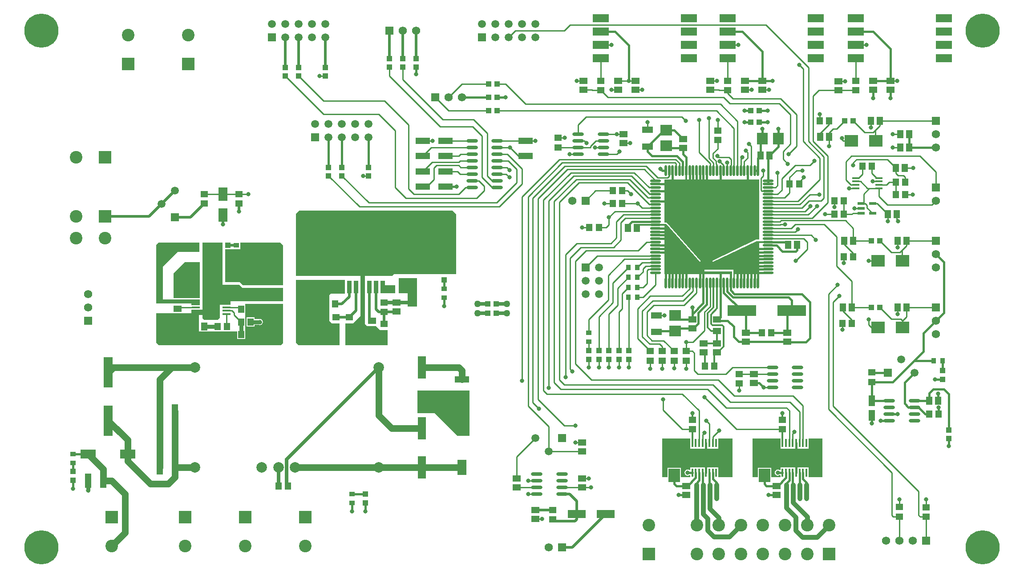
<source format=gtl>
%FSLAX25Y25*%
%MOIN*%
G70*
G01*
G75*
G04 Layer_Physical_Order=1*
G04 Layer_Color=255*
%ADD10R,0.03937X0.03937*%
%ADD11R,0.03937X0.03937*%
%ADD12R,0.01260X0.06299*%
%ADD13R,0.13386X0.09685*%
%ADD14R,0.08661X0.09843*%
%ADD15R,0.03937X0.03543*%
%ADD16R,0.04331X0.03937*%
%ADD17R,0.03937X0.04331*%
%ADD18R,0.03543X0.03937*%
%ADD19R,0.06299X0.16535*%
%ADD20R,0.05906X0.05118*%
%ADD21R,0.09843X0.08661*%
%ADD22R,0.21654X0.07874*%
%ADD23R,0.05709X0.01772*%
%ADD24O,0.08661X0.02362*%
%ADD25R,0.03504X0.09488*%
%ADD26R,0.21063X0.33622*%
%ADD27R,0.06299X0.01378*%
%ADD28R,0.09685X0.09095*%
%ADD29O,0.08071X0.01772*%
%ADD30O,0.01772X0.08071*%
%ADD31R,0.04724X0.05512*%
%ADD32R,0.05512X0.04724*%
%ADD33R,0.12000X0.06000*%
%ADD34R,0.07087X0.11811*%
%ADD35R,0.11811X0.07087*%
%ADD36R,0.04600X0.16700*%
%ADD37R,0.07874X0.04724*%
%ADD38R,0.06693X0.09843*%
%ADD39R,0.11000X0.15000*%
%ADD40R,0.05118X0.05906*%
%ADD41R,0.04724X0.07874*%
%ADD42R,0.05118X0.10630*%
%ADD43R,0.10630X0.05118*%
%ADD44R,0.07087X0.22835*%
%ADD45R,0.07087X0.05118*%
%ADD46R,0.06299X0.13780*%
%ADD47R,0.05118X0.07087*%
%ADD48R,0.13780X0.06299*%
%ADD49R,0.07874X0.08661*%
%ADD50R,0.08661X0.07874*%
%ADD51R,0.05709X0.02165*%
%ADD52R,0.05709X0.02165*%
%ADD53C,0.01500*%
%ADD54C,0.01000*%
%ADD55C,0.01200*%
%ADD56C,0.05000*%
%ADD57C,0.02500*%
%ADD58C,0.02000*%
%ADD59C,0.03000*%
%ADD60C,0.01400*%
%ADD61C,0.03500*%
%ADD62R,0.06200X0.06200*%
%ADD63C,0.06200*%
%ADD64R,0.06200X0.06200*%
%ADD65C,0.02800*%
%ADD66C,0.09449*%
%ADD67R,0.09449X0.09449*%
%ADD68R,0.05906X0.05906*%
%ADD69C,0.05906*%
%ADD70R,0.05906X0.05906*%
%ADD71C,0.25590*%
%ADD72C,0.05000*%
%ADD73R,0.09449X0.09449*%
%ADD74C,0.07874*%
%ADD75C,0.03200*%
G36*
X552300Y625200D02*
X541700D01*
X540500Y624000D01*
Y605000D01*
X542700Y602800D01*
X548300D01*
Y586500D01*
X517500D01*
X515500Y588500D01*
Y635500D01*
X552300D01*
Y625200D01*
D02*
G37*
G36*
X635500Y685000D02*
Y640000D01*
X589000D01*
X587500Y638500D01*
X567200D01*
Y602400D01*
X568700Y600900D01*
X575600D01*
X578700Y597800D01*
X584300D01*
Y586500D01*
X552700D01*
Y602800D01*
X558300D01*
X563800Y608300D01*
Y638500D01*
X515500D01*
Y685000D01*
X518000Y687500D01*
X633000D01*
X635500Y685000D01*
D02*
G37*
G36*
X842500Y487500D02*
X832000D01*
Y495000D01*
X811000D01*
Y492960D01*
X810559Y492725D01*
X809897Y493167D01*
X809000Y493345D01*
X808103Y493167D01*
X807342Y492658D01*
X806833Y491897D01*
X806655Y491000D01*
X806833Y490103D01*
X807342Y489342D01*
X808103Y488833D01*
X809000Y488655D01*
X809897Y488833D01*
X810559Y489276D01*
X811000Y489040D01*
Y487500D01*
X804031D01*
Y494621D01*
X793969D01*
Y487500D01*
X790000D01*
Y516500D01*
X811000D01*
Y509000D01*
X832000D01*
Y516500D01*
X842500D01*
Y487500D01*
D02*
G37*
G36*
X910000D02*
X899500D01*
Y495000D01*
X878500D01*
Y492960D01*
X878059Y492725D01*
X877397Y493167D01*
X876500Y493345D01*
X875603Y493167D01*
X874842Y492658D01*
X874333Y491897D01*
X874155Y491000D01*
X874333Y490103D01*
X874842Y489342D01*
X875603Y488833D01*
X876500Y488655D01*
X877397Y488833D01*
X878059Y489276D01*
X878500Y489040D01*
Y487500D01*
X871531D01*
Y494621D01*
X861469D01*
Y487500D01*
X857500D01*
Y516500D01*
X878500D01*
Y509000D01*
X899500D01*
Y516500D01*
X910000D01*
Y487500D01*
D02*
G37*
G36*
X645500Y518500D02*
X636500D01*
X619500Y535500D01*
X606500D01*
Y552500D01*
X645500D01*
Y518500D01*
D02*
G37*
G36*
X460500Y632000D02*
X473000D01*
X475600Y629400D01*
X506000D01*
Y619500D01*
X466700D01*
Y616800D01*
X458500D01*
Y607000D01*
X457000Y605500D01*
X447000D01*
X445500Y607000D01*
Y609100D01*
X442900D01*
Y596800D01*
X471438D01*
Y591044D01*
X477562D01*
Y596800D01*
X477600D01*
Y617500D01*
X506000D01*
Y588200D01*
X504200Y586400D01*
X412900D01*
X411000Y588300D01*
Y610500D01*
X437300D01*
Y613100D01*
X445500D01*
Y663600D01*
X460500D01*
Y632000D01*
D02*
G37*
G36*
X590000Y625400D02*
X578800D01*
Y631500D01*
X590000D01*
Y625400D01*
D02*
G37*
G36*
X506000Y661700D02*
Y631400D01*
X476100D01*
X473500Y634000D01*
X462500D01*
Y658500D01*
X474000D01*
Y663600D01*
X504100D01*
X506000Y661700D01*
D02*
G37*
G36*
X862626Y665853D02*
X860126D01*
X827726Y649953D01*
Y648753D01*
X860526Y664653D01*
X862626D01*
Y639953D01*
X843326D01*
Y643153D01*
X821626D01*
Y641953D01*
X842126D01*
Y639953D01*
X791626D01*
Y677453D01*
X792926D01*
X818626Y648553D01*
Y649953D01*
X793426Y678653D01*
X791626D01*
Y710953D01*
X862626D01*
Y665853D01*
D02*
G37*
G36*
X606400Y615541D02*
X606300Y615500D01*
Y615500D01*
X606300Y615500D01*
X599400D01*
Y625400D01*
X592500D01*
Y637000D01*
X606400D01*
Y615541D01*
D02*
G37*
G36*
X443200Y656400D02*
X426900D01*
X415800Y645300D01*
Y620800D01*
X443700D01*
Y616700D01*
X437300D01*
Y618000D01*
X411000D01*
Y662000D01*
X412600Y663600D01*
X443200D01*
Y656400D01*
D02*
G37*
G36*
X443700Y621900D02*
X424100D01*
Y640600D01*
X432500Y649000D01*
X443700D01*
Y621900D01*
D02*
G37*
%LPC*%
G36*
X484649Y607456D02*
X478524D01*
Y600544D01*
X484649D01*
Y601757D01*
X487987D01*
X488500Y601655D01*
X489397Y601833D01*
X490158Y602342D01*
X490667Y603103D01*
X490845Y604000D01*
X490667Y604897D01*
X490158Y605658D01*
X489397Y606167D01*
X488500Y606345D01*
X487987Y606243D01*
X484649D01*
Y607456D01*
D02*
G37*
%LPD*%
G54D10*
X605500Y801500D02*
D03*
Y795201D02*
D03*
X595500Y801500D02*
D03*
Y795201D02*
D03*
X585500Y801500D02*
D03*
Y795201D02*
D03*
X1004500Y516701D02*
D03*
Y523000D02*
D03*
X537500Y788701D02*
D03*
Y795000D02*
D03*
X517500Y788701D02*
D03*
Y795000D02*
D03*
X507500Y788701D02*
D03*
Y795000D02*
D03*
X570000Y713701D02*
D03*
Y720000D02*
D03*
X550000Y713701D02*
D03*
Y720000D02*
D03*
X540000Y713701D02*
D03*
Y720000D02*
D03*
G54D11*
X660000Y772500D02*
D03*
X666299D02*
D03*
X660000Y782500D02*
D03*
X666299D02*
D03*
X660000Y762500D02*
D03*
X666299D02*
D03*
X659350Y610500D02*
D03*
X665650D02*
D03*
Y617500D02*
D03*
X659350D02*
D03*
X953000Y615000D02*
D03*
X946701D02*
D03*
X953000Y665000D02*
D03*
X946701D02*
D03*
X933000Y755000D02*
D03*
X926701D02*
D03*
X856350Y754000D02*
D03*
X862650D02*
D03*
X856350Y762500D02*
D03*
X862650D02*
D03*
G54D12*
X830413Y491000D02*
D03*
Y513047D02*
D03*
X827854D02*
D03*
X812500D02*
D03*
X815059D02*
D03*
X817618D02*
D03*
X820177D02*
D03*
X822736D02*
D03*
X825295D02*
D03*
X827854Y491000D02*
D03*
X825295D02*
D03*
X822736D02*
D03*
X820177D02*
D03*
X817618D02*
D03*
X815059D02*
D03*
X812500D02*
D03*
X897913D02*
D03*
Y513047D02*
D03*
X895354D02*
D03*
X880000D02*
D03*
X882559D02*
D03*
X885118D02*
D03*
X887677D02*
D03*
X890236D02*
D03*
X892795D02*
D03*
X895354Y491000D02*
D03*
X892795D02*
D03*
X890236D02*
D03*
X887677D02*
D03*
X885118D02*
D03*
X882559D02*
D03*
X880000D02*
D03*
G54D13*
X821457Y502024D02*
D03*
X888957D02*
D03*
G54D14*
X799000Y489000D02*
D03*
Y507504D02*
D03*
X866500Y489000D02*
D03*
Y507504D02*
D03*
G54D15*
X471000Y661500D02*
D03*
Y654807D02*
D03*
X557500Y475000D02*
D03*
Y468307D02*
D03*
X626500Y629000D02*
D03*
Y622307D02*
D03*
X348500Y498307D02*
D03*
Y505000D02*
D03*
X735000Y595847D02*
D03*
Y589153D02*
D03*
G54D16*
X464500Y661500D02*
D03*
X457807D02*
D03*
G54D17*
X567500Y475000D02*
D03*
Y468307D02*
D03*
X626500Y635500D02*
D03*
Y642193D02*
D03*
X1000000Y567500D02*
D03*
Y560807D02*
D03*
X348500Y492000D02*
D03*
Y485307D02*
D03*
X735000Y575807D02*
D03*
Y582500D02*
D03*
X742500Y575807D02*
D03*
Y582500D02*
D03*
X750000Y575807D02*
D03*
Y582500D02*
D03*
X757500Y575807D02*
D03*
Y582500D02*
D03*
X765000Y575807D02*
D03*
Y582500D02*
D03*
G54D18*
X1000000Y575000D02*
D03*
X993307D02*
D03*
X771347Y645000D02*
D03*
X764653D02*
D03*
X771347Y637500D02*
D03*
X764653D02*
D03*
X771347Y630000D02*
D03*
X764653D02*
D03*
X771347Y622500D02*
D03*
X764653D02*
D03*
G54D19*
X610000Y544016D02*
D03*
Y570000D02*
D03*
Y495000D02*
D03*
Y524134D02*
D03*
G54D20*
X831000Y597323D02*
D03*
Y605984D02*
D03*
X826000Y778307D02*
D03*
Y785000D02*
D03*
X865000Y778307D02*
D03*
Y785000D02*
D03*
X852000D02*
D03*
Y778307D02*
D03*
X922000Y778000D02*
D03*
Y784693D02*
D03*
X731000Y778307D02*
D03*
Y785000D02*
D03*
X948000Y778307D02*
D03*
Y785000D02*
D03*
X961000D02*
D03*
Y778307D02*
D03*
X770000D02*
D03*
Y785000D02*
D03*
X757000D02*
D03*
Y778307D02*
D03*
X572500Y598307D02*
D03*
Y605000D02*
D03*
X591000Y611807D02*
D03*
Y618500D02*
D03*
X427000Y607307D02*
D03*
Y614000D02*
D03*
X730000Y486693D02*
D03*
Y480000D02*
D03*
X695000Y463000D02*
D03*
Y456307D02*
D03*
X730000Y513693D02*
D03*
Y507000D02*
D03*
X681000Y480000D02*
D03*
Y486693D02*
D03*
X808100Y474307D02*
D03*
Y481000D02*
D03*
X875500Y474307D02*
D03*
Y481000D02*
D03*
X858500Y558307D02*
D03*
Y565000D02*
D03*
X883457Y589307D02*
D03*
Y596000D02*
D03*
X805500Y741347D02*
D03*
Y734654D02*
D03*
X831000Y588000D02*
D03*
Y581307D02*
D03*
X821000Y588000D02*
D03*
Y581307D02*
D03*
X852457Y589307D02*
D03*
Y596000D02*
D03*
X761000Y745000D02*
D03*
Y738307D02*
D03*
X812500Y599307D02*
D03*
Y606000D02*
D03*
G54D21*
X951496Y600000D02*
D03*
X970000D02*
D03*
X951496Y650000D02*
D03*
X970000D02*
D03*
X931496Y740000D02*
D03*
X950000D02*
D03*
G54D22*
X886902Y612500D02*
D03*
X849500D02*
D03*
G54D23*
X935000Y712000D02*
D03*
Y709441D02*
D03*
Y706882D02*
D03*
Y704323D02*
D03*
X952400Y704300D02*
D03*
Y706859D02*
D03*
Y709418D02*
D03*
Y711977D02*
D03*
G54D24*
X978898Y530000D02*
D03*
Y535000D02*
D03*
Y540000D02*
D03*
Y545000D02*
D03*
X960000Y530000D02*
D03*
Y535000D02*
D03*
Y540000D02*
D03*
Y545000D02*
D03*
X714898Y475000D02*
D03*
Y480000D02*
D03*
Y485000D02*
D03*
Y490000D02*
D03*
X696000Y475000D02*
D03*
Y480000D02*
D03*
Y485000D02*
D03*
Y490000D02*
D03*
X647500Y740000D02*
D03*
Y735000D02*
D03*
Y730000D02*
D03*
Y725000D02*
D03*
Y720000D02*
D03*
Y715000D02*
D03*
Y710000D02*
D03*
Y705000D02*
D03*
X666398Y740000D02*
D03*
Y735000D02*
D03*
Y730000D02*
D03*
Y725000D02*
D03*
Y720000D02*
D03*
Y715000D02*
D03*
Y710000D02*
D03*
Y705000D02*
D03*
X891398Y555000D02*
D03*
Y560000D02*
D03*
Y565000D02*
D03*
Y570000D02*
D03*
X872500Y555000D02*
D03*
Y560000D02*
D03*
Y565000D02*
D03*
Y570000D02*
D03*
X727000Y745000D02*
D03*
Y740000D02*
D03*
Y735000D02*
D03*
Y730000D02*
D03*
X745898Y745000D02*
D03*
Y740000D02*
D03*
Y735000D02*
D03*
Y730000D02*
D03*
G54D25*
X550500Y630061D02*
D03*
X555500D02*
D03*
X560500D02*
D03*
X565500D02*
D03*
X570500D02*
D03*
X575500D02*
D03*
X580500D02*
D03*
G54D26*
X565500Y660100D02*
D03*
G54D27*
X463500Y625177D02*
D03*
Y622618D02*
D03*
Y620059D02*
D03*
Y617500D02*
D03*
Y614941D02*
D03*
Y612382D02*
D03*
Y609823D02*
D03*
X440500D02*
D03*
Y612382D02*
D03*
Y614941D02*
D03*
Y617500D02*
D03*
Y620059D02*
D03*
Y622618D02*
D03*
Y625177D02*
D03*
G54D28*
X452000Y617500D02*
D03*
G54D29*
X785000Y710000D02*
D03*
X869252D02*
D03*
Y707441D02*
D03*
Y704882D02*
D03*
Y702323D02*
D03*
Y699764D02*
D03*
Y697205D02*
D03*
Y694646D02*
D03*
Y692087D02*
D03*
Y689528D02*
D03*
Y686969D02*
D03*
Y684409D02*
D03*
Y681850D02*
D03*
Y679291D02*
D03*
Y676732D02*
D03*
Y674173D02*
D03*
Y671614D02*
D03*
Y669055D02*
D03*
Y666496D02*
D03*
Y663937D02*
D03*
Y661378D02*
D03*
Y658819D02*
D03*
Y656260D02*
D03*
Y653701D02*
D03*
Y651142D02*
D03*
Y648583D02*
D03*
Y646024D02*
D03*
Y643465D02*
D03*
Y640906D02*
D03*
X785000D02*
D03*
Y643465D02*
D03*
Y646024D02*
D03*
Y648583D02*
D03*
Y651142D02*
D03*
Y653701D02*
D03*
Y656260D02*
D03*
Y658819D02*
D03*
Y661378D02*
D03*
Y663937D02*
D03*
Y666496D02*
D03*
Y669055D02*
D03*
Y671614D02*
D03*
Y674173D02*
D03*
Y676732D02*
D03*
Y679291D02*
D03*
Y681850D02*
D03*
Y684409D02*
D03*
Y686969D02*
D03*
Y689528D02*
D03*
Y692087D02*
D03*
Y694646D02*
D03*
Y697205D02*
D03*
Y699764D02*
D03*
Y702323D02*
D03*
Y704882D02*
D03*
Y707441D02*
D03*
G54D30*
X792579Y717579D02*
D03*
X795138D02*
D03*
X797697D02*
D03*
X800256D02*
D03*
X802815D02*
D03*
X805374D02*
D03*
X807933D02*
D03*
X810492D02*
D03*
X813051D02*
D03*
X815610D02*
D03*
X818169D02*
D03*
X820728D02*
D03*
X823287D02*
D03*
X825846D02*
D03*
X828406D02*
D03*
X830965D02*
D03*
X833524D02*
D03*
X836083D02*
D03*
X838642D02*
D03*
X841201D02*
D03*
X843760D02*
D03*
X846319D02*
D03*
X848878D02*
D03*
X851437D02*
D03*
X853996D02*
D03*
X856555D02*
D03*
X859114D02*
D03*
X861673D02*
D03*
Y633327D02*
D03*
X859114D02*
D03*
X856555D02*
D03*
X853996D02*
D03*
X851437D02*
D03*
X848878D02*
D03*
X846319D02*
D03*
X843760D02*
D03*
X841201D02*
D03*
X838642D02*
D03*
X836083D02*
D03*
X833524D02*
D03*
X830965D02*
D03*
X828406D02*
D03*
X825846D02*
D03*
X823287D02*
D03*
X820728D02*
D03*
X818169D02*
D03*
X815610D02*
D03*
X813051D02*
D03*
X810492D02*
D03*
X807933D02*
D03*
X805374D02*
D03*
X802815D02*
D03*
X800256D02*
D03*
X797697D02*
D03*
X795138D02*
D03*
X792579D02*
D03*
G54D31*
X940000Y721000D02*
D03*
X947087D02*
D03*
X932000Y603000D02*
D03*
X924913D02*
D03*
X933000Y653000D02*
D03*
X925913D02*
D03*
X915000Y755000D02*
D03*
X907913D02*
D03*
X997087Y535000D02*
D03*
X990000D02*
D03*
X885413Y707500D02*
D03*
X892500D02*
D03*
X509587Y480917D02*
D03*
X502500D02*
D03*
X545087Y617500D02*
D03*
X538000D02*
D03*
X481587Y594500D02*
D03*
X474500D02*
D03*
X481587Y613500D02*
D03*
X474500D02*
D03*
X456913Y600500D02*
D03*
X464000D02*
D03*
X474500Y604000D02*
D03*
X481587D02*
D03*
X965000Y709000D02*
D03*
X972087D02*
D03*
X742500Y675000D02*
D03*
X735413D02*
D03*
X760000Y693000D02*
D03*
X752913D02*
D03*
X864457Y596000D02*
D03*
X871543D02*
D03*
X829000Y571000D02*
D03*
X821913D02*
D03*
X752913Y702500D02*
D03*
X760000D02*
D03*
X972087Y699500D02*
D03*
X965000D02*
D03*
X926000Y685000D02*
D03*
X918913D02*
D03*
Y695000D02*
D03*
X926000D02*
D03*
G54D32*
X839000Y785000D02*
D03*
Y777913D02*
D03*
X935000Y785000D02*
D03*
Y777913D02*
D03*
X744000Y785000D02*
D03*
Y777913D02*
D03*
X473000Y692913D02*
D03*
Y700000D02*
D03*
X447000D02*
D03*
Y692913D02*
D03*
X947000Y566087D02*
D03*
Y559000D02*
D03*
X555500Y600413D02*
D03*
Y607500D02*
D03*
X581500Y595413D02*
D03*
Y602500D02*
D03*
X545500Y607500D02*
D03*
Y600413D02*
D03*
X581500Y611413D02*
D03*
Y618500D02*
D03*
X708000Y455913D02*
D03*
Y463000D02*
D03*
X812500Y530587D02*
D03*
Y523500D02*
D03*
X880000Y530587D02*
D03*
Y523500D02*
D03*
X987500Y464943D02*
D03*
Y457857D02*
D03*
X967500Y465043D02*
D03*
Y457957D02*
D03*
X831500Y740457D02*
D03*
Y747543D02*
D03*
X808000Y582043D02*
D03*
Y574957D02*
D03*
X799000Y574957D02*
D03*
Y582043D02*
D03*
X847500Y565000D02*
D03*
Y557913D02*
D03*
X790000Y574957D02*
D03*
Y582043D02*
D03*
X781000D02*
D03*
Y574957D02*
D03*
X712000Y735000D02*
D03*
Y742087D02*
D03*
G54D33*
X839000Y832000D02*
D03*
Y822000D02*
D03*
Y812000D02*
D03*
Y802000D02*
D03*
X905000Y832000D02*
D03*
Y822000D02*
D03*
Y812000D02*
D03*
Y802000D02*
D03*
X935000Y832000D02*
D03*
Y822000D02*
D03*
Y812000D02*
D03*
Y802000D02*
D03*
X1001000Y832000D02*
D03*
Y822000D02*
D03*
Y812000D02*
D03*
Y802000D02*
D03*
X744000Y832000D02*
D03*
Y822000D02*
D03*
Y812000D02*
D03*
Y802000D02*
D03*
X810000Y832000D02*
D03*
Y822000D02*
D03*
Y812000D02*
D03*
Y802000D02*
D03*
G54D34*
X640000Y495000D02*
D03*
Y524528D02*
D03*
G54D35*
X360000Y505000D02*
D03*
X389528D02*
D03*
G54D36*
X426500Y630500D02*
D03*
X413500D02*
D03*
G54D37*
X779000Y735701D02*
D03*
Y748299D02*
D03*
X785500Y596402D02*
D03*
Y609000D02*
D03*
G54D38*
X461000Y700000D02*
D03*
Y684252D02*
D03*
G54D39*
X438000Y641500D02*
D03*
X468000D02*
D03*
G54D40*
X973000Y615000D02*
D03*
X966307D02*
D03*
X932000D02*
D03*
X925307D02*
D03*
X973000Y665000D02*
D03*
X966307D02*
D03*
X933000D02*
D03*
X926307D02*
D03*
X975000Y745000D02*
D03*
X968307D02*
D03*
Y735000D02*
D03*
X975000D02*
D03*
X953000Y755000D02*
D03*
X946307D02*
D03*
X915000Y743000D02*
D03*
X908307D02*
D03*
X996693Y545000D02*
D03*
X990000D02*
D03*
X440307Y600500D02*
D03*
X447000D02*
D03*
X971693Y719500D02*
D03*
X965000D02*
D03*
X870347Y729000D02*
D03*
X863653D02*
D03*
X890847Y662000D02*
D03*
X884153D02*
D03*
X764153Y674500D02*
D03*
X770847D02*
D03*
X959000Y685000D02*
D03*
X965693D02*
D03*
G54D41*
X947000Y533976D02*
D03*
Y545000D02*
D03*
G54D42*
X360000Y485000D02*
D03*
X371417D02*
D03*
X413583Y495000D02*
D03*
X425000D02*
D03*
X413583Y509000D02*
D03*
X425000D02*
D03*
X413583Y523000D02*
D03*
X425000D02*
D03*
X413583Y537000D02*
D03*
X425000D02*
D03*
G54D43*
X640000Y560917D02*
D03*
Y549500D02*
D03*
X687500Y740000D02*
D03*
Y728583D02*
D03*
X627500Y705583D02*
D03*
Y717000D02*
D03*
X610500D02*
D03*
Y705583D02*
D03*
X627500Y740000D02*
D03*
Y728583D02*
D03*
X610500D02*
D03*
Y740000D02*
D03*
G54D44*
X375000Y566220D02*
D03*
Y530000D02*
D03*
G54D45*
X538000Y643917D02*
D03*
Y632500D02*
D03*
X481000Y633917D02*
D03*
Y622500D02*
D03*
X491500Y634000D02*
D03*
Y622583D02*
D03*
X502000Y634000D02*
D03*
Y622583D02*
D03*
G54D46*
X603000Y630000D02*
D03*
Y651563D02*
D03*
G54D47*
X448500Y660000D02*
D03*
X437083D02*
D03*
G54D48*
X726000Y460000D02*
D03*
X747563D02*
D03*
G54D49*
X865094Y741500D02*
D03*
X876906D02*
D03*
G54D50*
X793000Y736095D02*
D03*
Y747905D02*
D03*
X799500Y609000D02*
D03*
Y597189D02*
D03*
G54D51*
X947465Y693000D02*
D03*
Y685520D02*
D03*
X939000D02*
D03*
Y689260D02*
D03*
G54D52*
Y693000D02*
D03*
G54D53*
X831000Y605000D02*
X839000D01*
X831000D02*
X833524Y607524D01*
X876906Y741500D02*
Y749000D01*
X1004500Y523000D02*
Y550000D01*
X1001000Y553500D02*
X1004500Y550000D01*
X992800Y553500D02*
X1001000D01*
X862762Y558307D02*
X866069Y555000D01*
X858500Y558307D02*
X862762D01*
X868000Y481000D02*
X875500D01*
X866500Y482500D02*
X868000Y481000D01*
X866500Y482500D02*
Y489000D01*
X882559Y487059D02*
Y491000D01*
X876500Y481000D02*
X882559Y487059D01*
X875500Y481000D02*
X876500D01*
X800500D02*
X808100D01*
X799000Y482500D02*
X800500Y481000D01*
X799000Y482500D02*
Y489000D01*
X994193Y560807D02*
X1000000D01*
Y567500D02*
Y575000D01*
X978600D02*
X993307D01*
X978600D02*
X985600Y582000D01*
X962600Y559000D02*
X978600Y575000D01*
X557500Y462000D02*
Y468307D01*
X567500Y462000D02*
Y468307D01*
X557500Y475000D02*
X567500D01*
X626500Y616000D02*
Y622307D01*
Y629000D02*
Y635500D01*
X348500Y479000D02*
Y485307D01*
Y492000D02*
Y498307D01*
Y505000D02*
X360000D01*
X995000Y655000D02*
X1001000Y649000D01*
Y611000D02*
Y649000D01*
X995000Y605000D02*
X1001000Y611000D01*
X990000Y550700D02*
X992800Y553500D01*
X990000Y545000D02*
Y550700D01*
X985600Y582000D02*
Y595600D01*
X947000Y559000D02*
X962600D01*
X985600Y595600D02*
X995000Y605000D01*
X947000Y566087D02*
X947087Y566000D01*
X959000D01*
X971500Y558500D02*
X979000Y566000D01*
X971500Y542800D02*
Y558500D01*
Y542800D02*
X974300Y540000D01*
X880000Y657000D02*
X890000D01*
X875622Y661378D02*
X880000Y657000D01*
X869252Y661378D02*
X875622D01*
X890000Y657000D02*
X890847Y657846D01*
Y662000D01*
X869252Y663937D02*
X882216D01*
X884153Y662000D01*
X870347Y729000D02*
X876906Y735559D01*
X869252Y727906D02*
X870347Y729000D01*
X876906Y735559D02*
Y741500D01*
X869252Y710000D02*
Y727906D01*
X863653Y740059D02*
X865094Y741500D01*
X863653Y729000D02*
Y740059D01*
X861673Y727020D02*
X863653Y729000D01*
X861673Y717579D02*
Y727020D01*
X862650Y762500D02*
X869000D01*
X862650Y754000D02*
X869000D01*
X1004500Y511000D02*
Y516701D01*
X861594Y640906D02*
X869252D01*
X861673Y633327D02*
Y640827D01*
X785000Y674173D02*
X792173D01*
X785000Y671614D02*
X792386D01*
X785000Y669055D02*
X792445D01*
X785000Y666496D02*
X792496D01*
X785000Y661378D02*
X792378D01*
X785000Y658819D02*
X792819D01*
X785000Y656260D02*
X792260D01*
X792579Y633327D02*
Y640579D01*
X795138Y633327D02*
Y641362D01*
X797697Y633327D02*
Y641197D01*
X800256Y633327D02*
Y641256D01*
X802815Y633327D02*
Y641185D01*
X805374Y640374D02*
X805500Y640500D01*
X805374Y633327D02*
Y640374D01*
X807933Y633327D02*
Y641433D01*
X818169Y633327D02*
Y640331D01*
X846319Y633327D02*
Y640319D01*
X848878Y633327D02*
Y640878D01*
X851437Y633327D02*
Y640937D01*
X853996Y633327D02*
Y640996D01*
X856555Y633327D02*
Y640555D01*
X859114Y633327D02*
Y641114D01*
X861035Y643465D02*
X869252D01*
X862024Y646024D02*
X869252D01*
X861583Y648583D02*
X869252D01*
X861642Y651142D02*
X869252D01*
X861799Y653701D02*
X869252D01*
X861740Y656260D02*
X869252D01*
X861681Y658819D02*
X869252D01*
X853996Y710004D02*
Y717579D01*
X833524Y710524D02*
Y717579D01*
X823287Y710213D02*
Y717579D01*
X820728Y710228D02*
Y717579D01*
X818169Y710169D02*
Y717579D01*
X815610Y710110D02*
Y717579D01*
X813051Y710051D02*
Y717579D01*
X810492Y709508D02*
Y717579D01*
X797697Y710197D02*
Y717579D01*
X788500Y719000D02*
X789921Y717579D01*
X788000Y718500D02*
X788500Y719000D01*
X789921Y717579D02*
X792579D01*
X785000Y707441D02*
X792441D01*
X785000Y702323D02*
X792323D01*
X785000Y694646D02*
X792354D01*
X974300Y540000D02*
X978898D01*
X540000Y720000D02*
Y742500D01*
X550000Y720000D02*
Y742500D01*
X570000Y720000D02*
Y742500D01*
X986900Y535000D02*
X990000D01*
X981900Y540000D02*
X986900Y535000D01*
X978898Y540000D02*
X981900D01*
X947000Y545000D02*
Y559000D01*
Y545000D02*
X960000D01*
X978898D02*
X990000D01*
X947000Y527939D02*
Y533976D01*
X953569Y530000D02*
X960000D01*
Y535000D02*
X966431D01*
X997087D02*
Y539856D01*
X996693Y545000D02*
Y550053D01*
X812500Y610000D02*
Y615000D01*
Y606000D02*
Y610000D01*
X869252Y707441D02*
Y710000D01*
X859114Y717579D02*
X861673D01*
X799500Y609000D02*
X802500Y606000D01*
X812500D01*
Y610000D02*
X820728Y618228D01*
Y633327D01*
X823287Y617287D02*
Y633327D01*
X817000Y611000D02*
X823287Y617287D01*
X817000Y602938D02*
Y611000D01*
X813370Y599307D02*
X817000Y602938D01*
X812500Y599307D02*
X813370D01*
X801618D02*
X812500D01*
X799500Y597189D02*
X801618Y599307D01*
X786287Y597189D02*
X799500D01*
X785500Y596402D02*
X786287Y597189D01*
X820728Y633327D02*
Y641028D01*
X833524Y633327D02*
Y640924D01*
X841201Y633327D02*
Y640799D01*
X871543Y596000D02*
X883457D01*
X852457D02*
X864457D01*
X852457Y589307D02*
X883457D01*
X833524Y607524D02*
Y633327D01*
X975000Y735000D02*
Y745000D01*
Y735000D02*
X995000D01*
X744000Y822000D02*
X754500D01*
X764947Y811553D01*
Y785000D02*
Y811553D01*
X852000Y785000D02*
X865000D01*
X872500D01*
X935000Y822000D02*
X948000D01*
X961000Y809000D01*
Y785000D02*
Y809000D01*
X948000Y785000D02*
X961000D01*
Y772000D02*
Y778307D01*
X948000Y772000D02*
Y778307D01*
X841201Y627799D02*
X844000Y625000D01*
X841201Y627799D02*
Y633327D01*
X838642Y626858D02*
Y633327D01*
Y626858D02*
X843000Y622500D01*
X884500D01*
X836083Y625917D02*
Y633327D01*
Y625917D02*
X849500Y612500D01*
X886902D02*
Y620098D01*
X884500Y622500D02*
X886902Y620098D01*
X847193Y589307D02*
X852457D01*
X843500Y593000D02*
X847193Y589307D01*
X839000Y605000D02*
X843500Y600500D01*
Y593000D02*
Y600500D01*
X884500Y589000D02*
X897500D01*
X844000Y625000D02*
X894500D01*
X852457Y596000D02*
Y609543D01*
X849500Y612500D02*
X852457Y609543D01*
X883457Y596000D02*
Y609055D01*
X886902Y612500D01*
X897500Y589000D02*
X900500Y592000D01*
Y619000D01*
X894500Y625000D02*
X900500Y619000D01*
X764153Y674500D02*
Y676090D01*
X767354Y679291D01*
X785000D01*
X805374Y717579D02*
Y724126D01*
X801000Y728500D02*
X805374Y724126D01*
X779000Y731900D02*
X782400Y728500D01*
X801000D01*
X779000Y731900D02*
Y735701D01*
X794441Y734654D02*
X805500D01*
Y730000D02*
Y734654D01*
Y730000D02*
X807933Y727567D01*
Y717579D02*
Y727567D01*
X779000Y735701D02*
X791205Y747905D01*
X793000D01*
X798941D01*
X805500Y741347D01*
X839000Y822000D02*
X850000D01*
X865000Y807000D01*
Y785000D02*
Y807000D01*
X809000Y491000D02*
X812500D01*
X876500D02*
X880000D01*
X815500Y482000D02*
Y483000D01*
X817618Y485118D01*
Y491000D01*
X820177Y482323D02*
Y491000D01*
X825295Y482205D02*
Y491000D01*
Y482205D02*
X825500Y482000D01*
X827854Y486146D02*
Y491000D01*
Y486146D02*
X830500Y483500D01*
Y482000D02*
Y483500D01*
X898000Y482000D02*
Y483500D01*
X895354Y486146D02*
X898000Y483500D01*
X895354Y486146D02*
Y491000D01*
X892795Y482205D02*
X893000Y482000D01*
X892795Y482205D02*
Y491000D01*
X887677Y482323D02*
X888000Y482000D01*
X887677Y482323D02*
Y491000D01*
X885118Y485118D02*
Y491000D01*
X883000Y483000D02*
X885118Y485118D01*
X883000Y482000D02*
Y483000D01*
X822736Y491000D02*
Y497500D01*
Y506500D02*
Y513047D01*
X890236Y506500D02*
Y513047D01*
Y491000D02*
Y497500D01*
X869693Y474307D02*
X875500D01*
X802307Y474307D02*
X808100D01*
X815059Y487059D02*
Y491000D01*
X808100Y481000D02*
X809000D01*
X815059Y487059D01*
X605500Y790000D02*
Y795201D01*
X640000Y772500D02*
X660000D01*
X666299D02*
X672500D01*
X627583Y705500D02*
X636000D01*
X851500Y754000D02*
X856350D01*
X851500Y762500D02*
X856350D01*
X865000Y741595D02*
X865094Y741500D01*
X865000Y741595D02*
Y749000D01*
X876906D02*
X877000D01*
G54D54*
X847500Y552500D02*
Y557913D01*
X830484Y598307D02*
X831000D01*
X940800Y693000D02*
Y700000D01*
X831200Y727496D02*
X840004D01*
X961700Y606300D02*
X968700D01*
X953000Y615000D02*
X961700Y606300D01*
X968700D02*
X970000Y605000D01*
X973000Y608000D01*
X970000Y600000D02*
Y605000D01*
X973000Y608000D02*
Y615000D01*
X885500Y544000D02*
X892795Y536705D01*
X841000Y544000D02*
X885500D01*
X828000Y557000D02*
X841000Y544000D01*
X892795Y513047D02*
Y536705D01*
X895354Y513047D02*
Y541146D01*
X888000Y548500D02*
X895354Y541146D01*
X844000Y548500D02*
X888000D01*
X716500Y557000D02*
X828000D01*
X838000Y539500D02*
X883000D01*
X824000Y553500D02*
X838000Y539500D01*
X714000Y553500D02*
X824000D01*
X832000Y560500D02*
X844000Y548500D01*
X737000Y560500D02*
X832000D01*
X858500Y565000D02*
X872500D01*
X847500D02*
X858500D01*
X842500Y570000D02*
X872500D01*
X837500Y565000D02*
X842500Y570000D01*
X816500Y565000D02*
X837500D01*
X814000Y567500D02*
X816500Y565000D01*
X814000Y567500D02*
Y580500D01*
X812457Y582043D02*
X814000Y580500D01*
X845500Y523500D02*
X880000D01*
X821500Y547500D02*
X845500Y523500D01*
X880500Y732000D02*
X885900Y737400D01*
X880500Y726100D02*
Y732000D01*
Y726100D02*
X884100Y722500D01*
X473000Y700000D02*
X480000D01*
X461000D02*
X473000D01*
X447000D02*
X461000D01*
X890000Y650000D02*
X898500Y658500D01*
Y664000D01*
X896004Y666496D02*
X898500Y664000D01*
X869252Y666496D02*
X896004D01*
X901445Y669055D02*
X905100Y665400D01*
X869252Y669055D02*
X901445D01*
X892500Y709000D02*
X896000Y712500D01*
X892500Y707500D02*
Y709000D01*
X890500Y717500D02*
X895000D01*
X885413Y712413D02*
X890500Y717500D01*
X885413Y707500D02*
Y712413D01*
X900500Y721500D02*
X904000Y725000D01*
X889500Y721500D02*
X900500D01*
X908000Y711000D02*
Y727000D01*
X895500Y739500D02*
X908000Y727000D01*
X895500Y739500D02*
Y794000D01*
X891646Y694646D02*
X908000Y711000D01*
X911000Y697000D02*
Y728000D01*
X899500Y739500D02*
X911000Y728000D01*
X899500Y739500D02*
Y795000D01*
X914000Y693500D02*
Y728500D01*
X903000Y739500D02*
X914000Y728500D01*
X903000Y739500D02*
Y773700D01*
X915000Y736000D02*
Y743000D01*
X900500Y699500D02*
X907500D01*
X909000Y695000D02*
X911000Y697000D01*
X900000Y695000D02*
X909000D01*
X907400Y699400D02*
X907500Y699500D01*
X902350Y681850D02*
X914000Y693500D01*
X879500Y711500D02*
X889500Y721500D01*
X885413Y700913D02*
Y707500D01*
X881705Y697205D02*
X885413Y700913D01*
X869252Y697205D02*
X881705D01*
X879500Y703000D02*
Y711500D01*
X890500Y736000D02*
Y759500D01*
X884500Y730000D02*
X890500Y736000D01*
X885900Y737400D02*
Y759600D01*
X876264Y699764D02*
X879500Y703000D01*
X869252Y694646D02*
X891646D01*
X893087Y692087D02*
X900500Y699500D01*
X869252Y692087D02*
X893087D01*
X894528Y689528D02*
X900000Y695000D01*
X869252Y689528D02*
X894528D01*
X750000Y677000D02*
Y682500D01*
X748000Y675000D02*
X750000Y677000D01*
X742500Y675000D02*
X748000D01*
X750000Y682500D02*
X754469Y686969D01*
X785000D01*
X730000Y675000D02*
X730000Y675000D01*
X735413D01*
X746500Y693000D02*
X746500Y693000D01*
X752913D01*
X774972Y689528D02*
X785000D01*
X771500Y693000D02*
X774972Y689528D01*
X760000Y693000D02*
X771500D01*
X779295Y697205D02*
X785000D01*
X765500Y711000D02*
X779295Y697205D01*
X725500Y711000D02*
X765500D01*
X764000Y702500D02*
X766500Y700000D01*
X760000Y702500D02*
X764000D01*
X703500Y550000D02*
X805000D01*
X701000Y552500D02*
X703500Y550000D01*
X701000Y552500D02*
Y695500D01*
X760000Y614000D02*
Y625347D01*
X757500Y611500D02*
X760000Y614000D01*
X757500Y582500D02*
Y611500D01*
X756500Y616500D02*
Y629347D01*
X750000Y610000D02*
X756500Y616500D01*
X750000Y582500D02*
Y610000D01*
X753000Y618500D02*
Y633347D01*
X742500Y608000D02*
X753000Y618500D01*
X742500Y582500D02*
Y608000D01*
X749500Y620500D02*
Y639000D01*
X735000Y606000D02*
X749500Y620500D01*
X735000Y595847D02*
Y606000D01*
X726000Y663000D02*
X751500D01*
X717500Y654500D02*
X726000Y663000D01*
X717500Y562500D02*
Y654500D01*
X729000Y660000D02*
X753500D01*
X721000Y652000D02*
X729000Y660000D01*
X721000Y568500D02*
Y652000D01*
X733000Y657500D02*
X772000D01*
X725000Y649500D02*
X733000Y657500D01*
X725000Y572500D02*
Y649500D01*
X721000Y568500D02*
X722500Y567000D01*
X725000Y572500D02*
X737000Y560500D01*
X689500Y698000D02*
X715000Y723500D01*
X689500Y541000D02*
Y698000D01*
Y541000D02*
X705000Y525500D01*
X693000Y697000D02*
X717000Y721000D01*
X693000Y543500D02*
Y697000D01*
Y543500D02*
X697500Y539000D01*
X697000Y696500D02*
X719000Y718500D01*
X697000Y546000D02*
Y696500D01*
Y546000D02*
X716700Y526300D01*
X701000Y695500D02*
X721500Y716000D01*
X705000Y695000D02*
X723500Y713500D01*
X705000Y554500D02*
Y695000D01*
X709000Y694500D02*
X725500Y711000D01*
X709000Y558500D02*
Y694500D01*
Y558500D02*
X714000Y553500D01*
X713000Y694000D02*
X727500Y708500D01*
X713000Y560500D02*
Y694000D01*
Y560500D02*
X716500Y557000D01*
X755557Y667057D02*
Y679057D01*
X751500Y663000D02*
X755557Y667057D01*
Y679057D02*
X760909Y684409D01*
X759000Y678500D02*
X762350Y681850D01*
X759000Y665500D02*
Y678500D01*
X753500Y660000D02*
X759000Y665500D01*
X778437Y663937D02*
X785000D01*
X772000Y657500D02*
X778437Y663937D01*
X732500Y695000D02*
X740000Y702500D01*
X752913D01*
X762350Y681850D02*
X785000D01*
X713000Y726000D02*
X800000D01*
X685000Y698000D02*
X713000Y726000D01*
X685000Y560000D02*
Y698000D01*
X715000Y723500D02*
X799500D01*
X717000Y721000D02*
X778000D01*
X719000Y718500D02*
X776500D01*
X721500Y716000D02*
X769000D01*
X723500Y713500D02*
X767000D01*
X727500Y708500D02*
X764000D01*
X780413Y692087D01*
X767000Y713500D02*
X780736Y699764D01*
X769000Y716000D02*
X780118Y704882D01*
X776500Y718500D02*
X785000Y710000D01*
X778000Y721000D02*
X786657Y712343D01*
X799500Y723500D02*
X800256Y722744D01*
X800000Y726000D02*
X802815Y723185D01*
X732500Y645000D02*
X741201Y653701D01*
X749500Y639000D02*
X761642Y651142D01*
X753000Y633347D02*
X764653Y645000D01*
X756500Y629347D02*
X764653Y637500D01*
X760000Y625347D02*
X764653Y630000D01*
X780413Y692087D02*
X785000D01*
X760909Y684409D02*
X785000D01*
X780736Y699764D02*
X785000D01*
X780118Y704882D02*
X785000D01*
X786657Y712343D02*
X793843D01*
X682417Y728583D02*
X687500D01*
X676000Y735000D02*
X682417Y728583D01*
X666398Y735000D02*
X676000D01*
X940000Y715000D02*
Y721000D01*
X937000Y712000D02*
X940000Y715000D01*
X935000Y712000D02*
X937000D01*
X950523Y711977D02*
X952400D01*
X947087Y715413D02*
X950523Y711977D01*
X947087Y715413D02*
Y721000D01*
X972087Y709000D02*
Y712413D01*
X970500Y714000D02*
X972087Y712413D01*
X966500Y714000D02*
X970500D01*
X965000Y715500D02*
X966500Y714000D01*
X965000Y715500D02*
Y719500D01*
X971693D02*
X978000D01*
X965000Y699500D02*
Y709000D01*
X960000D02*
X965000D01*
X957859Y706859D02*
X960000Y709000D01*
X952400Y706859D02*
X957859D01*
X958500Y726000D02*
X965000Y719500D01*
X935500Y726000D02*
X958500D01*
X992000Y692000D02*
X995000Y695000D01*
X958500Y692000D02*
X992000D01*
X952400Y698100D02*
X958500Y692000D01*
X952400Y698100D02*
Y704300D01*
X951000Y693000D02*
X959000Y685000D01*
X972087Y699500D02*
X977500D01*
X965693Y680307D02*
X966500Y679500D01*
X965693Y680307D02*
Y685000D01*
X962500Y745000D02*
X968307D01*
X962500Y735000D02*
X968307D01*
X995000Y705000D02*
Y716500D01*
X983000Y728500D02*
X995000Y716500D01*
X931738Y728500D02*
X983000D01*
X823000Y530000D02*
X825295Y527705D01*
Y513047D02*
Y527705D01*
X827854Y513047D02*
Y517854D01*
X832500Y522500D01*
X820177Y519677D02*
X821500Y521000D01*
X820177Y513047D02*
Y519677D01*
X765000Y582500D02*
Y622154D01*
X764653Y622500D02*
X765000Y622154D01*
X808000Y589000D02*
X813000D01*
X821700Y597700D01*
X808000Y582043D02*
Y589000D01*
X821700Y597700D02*
Y611535D01*
X790000Y582043D02*
Y585500D01*
X788000Y587500D02*
X790000Y585500D01*
X780500Y587500D02*
X788000D01*
X775000Y593000D02*
X780500Y587500D01*
X782300Y590000D02*
X791043D01*
X778500Y593800D02*
X782300Y590000D01*
X771500Y591543D02*
X781000Y582043D01*
X791043Y590000D02*
X799000Y582043D01*
X775000Y593000D02*
Y612200D01*
X918000Y541000D02*
X982000Y477000D01*
Y459000D02*
Y477000D01*
Y459000D02*
X983143Y457857D01*
X987500D01*
X914500Y538500D02*
X962000Y491000D01*
Y459000D02*
Y491000D01*
Y459000D02*
X963043Y457957D01*
X967500D01*
X843760Y633327D02*
Y640260D01*
X864000Y703000D02*
X864677Y702323D01*
X869252D01*
X943410Y689574D02*
Y691590D01*
X942000Y693000D02*
X943410Y691590D01*
X940800Y693000D02*
X942000D01*
X943410Y689574D02*
X947465Y685520D01*
X932900Y723400D02*
X935500Y726000D01*
X932900Y721500D02*
Y723400D01*
X927500Y724262D02*
X931738Y728500D01*
X927500Y710700D02*
Y724262D01*
Y710700D02*
X931318Y706882D01*
X771500Y614000D02*
X781000Y623500D01*
X771500Y591543D02*
Y614000D01*
X804992Y623500D02*
X810492Y629000D01*
X781000Y623500D02*
X804992D01*
X805700Y620000D02*
X813051Y627351D01*
X782800Y620000D02*
X805700D01*
X775000Y612200D02*
X782800Y620000D01*
X806110Y616500D02*
X815610Y626000D01*
X783500Y616500D02*
X806110D01*
X778500Y611500D02*
X783500Y616500D01*
X839000Y775500D02*
Y777913D01*
X943700Y704300D02*
X945100D01*
X939000Y693000D02*
X940800D01*
X764947Y785000D02*
X770000D01*
X757000D02*
X764947D01*
X590606Y611413D02*
Y611807D01*
X948000Y746300D02*
X949550Y747850D01*
X968000Y656300D02*
X969550Y657850D01*
X638917Y730000D02*
X647500D01*
X637500Y728583D02*
X638917Y730000D01*
X627500Y728583D02*
X637500D01*
X953000Y751300D02*
Y755000D01*
X949550Y747850D02*
X953000Y751300D01*
X949550Y747850D02*
X950000Y740000D01*
X973000Y661300D02*
Y665000D01*
X969550Y657850D02*
X973000Y661300D01*
X969550Y657850D02*
X970000Y650000D01*
X830200Y722660D02*
Y724765D01*
Y722660D02*
X830965Y721896D01*
Y717579D02*
Y721896D01*
X920701Y749000D02*
X926701Y755000D01*
X918000Y749000D02*
X920701D01*
X915000Y746000D02*
X918000Y749000D01*
X915000Y743000D02*
Y746000D01*
X815610Y626000D02*
Y633327D01*
X813051Y627351D02*
Y633327D01*
X745898Y730000D02*
X755800D01*
X757800Y732000D01*
X838642Y717579D02*
Y723700D01*
X907300Y778000D02*
X922000D01*
X836083Y717579D02*
Y721517D01*
X833000Y724600D02*
X836083Y721517D01*
X739600Y735000D02*
X745898D01*
X740400Y740000D02*
X745898D01*
X736400Y736000D02*
X740400Y740000D01*
X736400Y735000D02*
Y736000D01*
X727000Y735000D02*
X736400D01*
X944475Y602000D02*
Y606000D01*
Y602000D02*
X946475Y600000D01*
X951496D01*
X924475Y741000D02*
Y742000D01*
Y741000D02*
X925475Y740000D01*
X931496D01*
X931318Y706882D02*
X935000D01*
X727000Y740000D02*
X731700D01*
X733400Y738300D01*
X831200Y727496D02*
Y728400D01*
X840004Y727496D02*
X841500Y726000D01*
Y721399D02*
Y726000D01*
X841201Y721100D02*
X841500Y721399D01*
X841201Y717579D02*
Y721100D01*
X828406Y717579D02*
Y723365D01*
X745898Y745000D02*
X755947D01*
X825846Y717579D02*
Y722822D01*
X810492Y629000D02*
Y633327D01*
X616917Y735000D02*
X647500D01*
X610500Y728583D02*
X616917Y735000D01*
X940800Y700000D02*
X945100Y704300D01*
X935000Y709441D02*
X938559D01*
X943700Y704300D01*
X590606Y611807D02*
X591000D01*
X945100Y704300D02*
X952400D01*
X821700Y611535D02*
X825846Y615682D01*
Y633327D01*
X933000Y755000D02*
X941700Y746300D01*
X948000D01*
X953000Y665000D02*
X961700Y656300D01*
X968000D01*
X831000Y597323D02*
Y598307D01*
X932720Y685520D02*
X939000D01*
X932200Y685000D02*
X932720Y685520D01*
X926000Y685000D02*
X932200D01*
X926000D02*
Y695000D01*
X627500Y740000D02*
X647500D01*
X681000Y480000D02*
X696000D01*
X915000Y752293D02*
Y755000D01*
X908307Y745600D02*
X915000Y752293D01*
X908307Y743000D02*
Y745600D01*
X953000Y755000D02*
X995000D01*
X926307Y662293D02*
Y665000D01*
Y662293D02*
X933000Y655600D01*
Y653000D02*
Y655600D01*
X973000Y665000D02*
X995000D01*
X925307Y612293D02*
Y615000D01*
Y612293D02*
X932000Y605600D01*
Y603000D02*
Y605600D01*
X973000Y615000D02*
X995000D01*
X744000Y785000D02*
Y802000D01*
X935000Y785000D02*
Y802000D01*
X839000Y785000D02*
Y802000D01*
X712000Y735000D02*
X727000D01*
X737694Y777913D02*
X744000D01*
X737300Y778307D02*
X737694Y777913D01*
X731000Y778307D02*
X737300D01*
X832694Y777913D02*
X839000D01*
X832300Y778307D02*
X832694Y777913D01*
X826000Y778307D02*
X832300D01*
X928487Y777913D02*
X935000D01*
X928400Y778000D02*
X928487Y777913D01*
X922000Y778000D02*
X928400D01*
X932000Y615000D02*
X946701D01*
X933000Y665000D02*
X946701D01*
X947465Y693000D02*
X951000D01*
X947446Y709418D02*
X952400D01*
X959000Y679500D02*
Y685000D01*
X961000Y785000D02*
X966053D01*
X725947D02*
X731000D01*
X751947Y778307D02*
X757000D01*
X770000D02*
X775053D01*
X744000Y812000D02*
X752100D01*
X826000Y785000D02*
X831053D01*
X924913Y598144D02*
Y603000D01*
X852000Y778307D02*
X857053D01*
X925913Y648144D02*
Y653000D01*
X839000Y812000D02*
X847100D01*
X865000Y778307D02*
X870053D01*
X918913Y690144D02*
Y695000D01*
X944475Y650000D02*
X951496D01*
X966307Y609947D02*
Y615000D01*
X934046Y689260D02*
X939000D01*
X907913Y755000D02*
Y759856D01*
X930046Y704323D02*
X935000D01*
X966307Y659947D02*
Y665000D01*
X922000Y784693D02*
X927053D01*
X946307Y749947D02*
Y755000D01*
X935000Y812000D02*
X943100D01*
X695000Y456307D02*
X700053D01*
X689569Y475000D02*
X696000D01*
X689569Y485000D02*
X696000D01*
X730000Y486693D02*
X735053D01*
X724947Y513693D02*
X730000D01*
X565931Y713701D02*
X570000D01*
X866069Y555000D02*
X872500D01*
X533431Y788701D02*
X537500D01*
X720569Y730000D02*
X727000D01*
X761000Y738307D02*
X766053D01*
X610500Y740000D02*
X617915D01*
X785500Y609000D02*
X791537D01*
X712000Y742087D02*
X716856D01*
X666398Y740000D02*
X687500D01*
X694915D01*
X755947Y745000D02*
X761000D01*
X821000Y581307D02*
X821913Y580394D01*
X829000Y579307D02*
X831000Y581307D01*
X831516D01*
X427000Y614000D02*
X427941Y614941D01*
X440500D01*
X463500Y601000D02*
Y609823D01*
Y601000D02*
X464000Y600500D01*
X463500Y614941D02*
X473059D01*
X474500Y613500D01*
X463500Y612382D02*
X467718D01*
X469200Y610900D01*
Y609300D02*
Y610900D01*
Y609300D02*
X474500Y604000D01*
X778500Y593800D02*
Y611500D01*
X714898Y480000D02*
X730000D01*
X736500D01*
X716500Y822500D02*
X721000Y827000D01*
X799000Y569043D02*
Y574957D01*
X869252Y684409D02*
X899409D01*
X869252Y704882D02*
X874782D01*
X876300Y706400D01*
Y715900D01*
X967500Y440000D02*
Y457957D01*
X987500Y440000D02*
Y457857D01*
X967500Y465043D02*
Y471000D01*
X987500Y464943D02*
Y471000D01*
X869252Y674173D02*
X886673D01*
X889600Y677100D01*
X869252Y671614D02*
X889614D01*
X891500Y673500D01*
X817500Y731168D02*
Y755500D01*
Y731168D02*
X825846Y722822D01*
X914500Y625000D02*
X921300Y631800D01*
X914500Y538500D02*
Y625000D01*
X918000Y541000D02*
Y619000D01*
X922500Y623500D01*
X932000Y615000D02*
Y634500D01*
X920500Y646000D02*
X932000Y634500D01*
X889600Y677100D02*
X911400D01*
X920500Y668000D01*
Y646000D02*
Y668000D01*
X869252Y699764D02*
X876264D01*
X869252Y679291D02*
X878291D01*
X879100Y680100D01*
X869252Y676732D02*
X878232D01*
X878600Y677100D01*
X882000D01*
X903000Y773700D02*
X907300Y778000D01*
X933000Y665000D02*
Y674291D01*
X879100Y680100D02*
X927191D01*
X933000Y674291D01*
X869252Y681850D02*
X902350D01*
X912000Y685000D02*
X918913D01*
X779000Y748299D02*
Y754000D01*
X825000Y726770D02*
X828406Y723365D01*
X825000Y726770D02*
Y757000D01*
X828000Y726965D02*
X830200Y724765D01*
X828000Y726965D02*
Y730500D01*
X831500Y734000D01*
Y740457D01*
Y747543D02*
Y755500D01*
X721000Y827000D02*
X867500D01*
X899500Y795000D01*
X896969Y686969D02*
X901000Y691000D01*
X869252Y686969D02*
X896969D01*
X892500Y797000D02*
X895500Y794000D01*
X839000Y775500D02*
X843000Y771500D01*
X878500D01*
X890500Y759500D01*
X781000Y569000D02*
Y574957D01*
X790000Y569000D02*
Y574957D01*
X808000Y569000D02*
Y574957D01*
Y582043D02*
X812457D01*
X785000Y632000D02*
Y640906D01*
X775500Y622500D02*
X785000Y632000D01*
X771347Y622500D02*
X775500D01*
X771347Y630000D02*
X775500D01*
X778500Y633000D01*
Y642500D01*
X779465Y643465D01*
X785000D01*
X771347Y637500D02*
X775500Y641653D01*
X774929Y648583D02*
X785000D01*
X771347Y645000D02*
X774929Y648583D01*
X741201Y653701D02*
X785000D01*
X761642Y651142D02*
X785000D01*
X775500Y641653D02*
Y644000D01*
X777524Y646024D01*
X785000D01*
X735000Y570000D02*
Y575807D01*
X742500Y570000D02*
Y575807D01*
X750000Y570000D02*
Y575807D01*
X757500Y570000D02*
Y575807D01*
X765000Y570000D02*
Y575807D01*
X638500Y725000D02*
X647500D01*
X610500Y717000D02*
X617500Y724000D01*
X637500D01*
X638500Y725000D01*
X639000Y720000D02*
X647500D01*
X637500Y721500D02*
X639000Y720000D01*
X627500Y717000D02*
X636500D01*
X638500Y715000D01*
X647500D01*
X864000Y703000D02*
Y712000D01*
X865500Y713500D01*
Y717500D01*
X802815Y717579D02*
Y723185D01*
X795138Y713638D02*
Y717579D01*
X793843Y712343D02*
X795138Y713638D01*
X800256Y717579D02*
Y722744D01*
X705000Y507000D02*
X730000D01*
X681000Y503000D02*
X695000Y517000D01*
X681000Y486693D02*
Y503000D01*
X883000Y539500D02*
X885118Y537382D01*
Y513047D02*
Y537382D01*
X887677Y513047D02*
Y520177D01*
X889000Y521500D01*
X735000Y582500D02*
Y589153D01*
X705000Y507000D02*
Y525500D01*
X716700Y526300D02*
X724800D01*
X817618Y513047D02*
Y537382D01*
X790500Y538000D02*
Y546000D01*
Y538000D02*
X805000Y523500D01*
X812500D01*
X805000Y550000D02*
X817618Y537382D01*
X899409Y684409D02*
X906000Y691000D01*
X680000Y822500D02*
X716500D01*
X675000Y817500D02*
X680000Y822500D01*
X666299Y762500D02*
X830500D01*
X843760Y749240D01*
Y717579D02*
Y749240D01*
X640000Y782500D02*
X660000D01*
X630000Y772500D02*
X640000Y782500D01*
X620000Y772500D02*
X630000Y762500D01*
X660000D01*
X666299Y782500D02*
X672500D01*
X744000Y777913D02*
X749413Y772500D01*
X836000D01*
X840500Y768000D01*
X877500D01*
X885900Y759600D01*
X610500Y705583D02*
X613583D01*
X619000Y711000D01*
X621000Y721500D02*
X637500D01*
X619000Y711000D02*
Y719500D01*
X621000Y721500D01*
X642500Y705000D02*
X647500D01*
X604000Y700000D02*
X637500D01*
X642500Y705000D01*
X647500Y710000D02*
X652500D01*
X656500Y706000D01*
Y702500D02*
Y706000D01*
X659000Y713500D02*
Y745500D01*
Y713500D02*
X662500Y710000D01*
X666398D01*
X655000Y712500D02*
X662500Y705000D01*
X666398D01*
X655000Y712500D02*
Y743500D01*
X595500Y786000D02*
Y795201D01*
Y786000D02*
X625500Y756000D01*
X648500D01*
X659000Y745500D01*
X585500Y788500D02*
Y795201D01*
Y788500D02*
X623500Y750500D01*
X648000D01*
X655000Y743500D01*
X507500Y788701D02*
X536201Y760000D01*
X577500D01*
X517500Y788701D02*
X536201Y770000D01*
X582000D01*
X600000Y704000D02*
X604000Y700000D01*
X600000Y704000D02*
Y752000D01*
X582000Y770000D02*
X600000Y752000D01*
X590000Y705000D02*
Y747500D01*
X577500Y760000D02*
X590000Y747500D01*
X540000Y713701D02*
X563201Y690500D01*
X550000Y713701D02*
X570201Y693500D01*
X590000Y705000D02*
X598000Y697000D01*
X651000D01*
X656500Y702500D01*
X672500Y782500D02*
X687500Y767500D01*
X833500D01*
X846319Y754681D01*
Y717579D02*
Y754681D01*
X848878Y717579D02*
Y726378D01*
X850000Y727500D01*
X851437Y717579D02*
Y724437D01*
X854000Y727000D01*
Y731000D01*
X852500Y732500D02*
X854000Y731000D01*
X856555Y717579D02*
Y735945D01*
X855000Y737500D02*
X856555Y735945D01*
X727000Y745000D02*
Y752000D01*
X733000Y758000D01*
X804500D01*
X807500Y755000D01*
X570201Y693500D02*
X666000D01*
X563201Y690500D02*
X668000D01*
X685000Y707500D01*
X666000Y693500D02*
X681000Y708500D01*
X666398Y725000D02*
X674500D01*
X681000Y718500D01*
Y708500D02*
Y718500D01*
X666398Y730000D02*
X674000D01*
X685000Y719000D01*
Y707500D02*
Y719000D01*
X666398Y720000D02*
X673500D01*
X675500Y718000D01*
X666398Y715000D02*
X673000D01*
X675500Y712500D01*
G54D55*
X812500Y513047D02*
Y523500D01*
X880000Y530587D02*
Y535500D01*
Y513047D02*
Y523500D01*
X812500Y530587D02*
Y535500D01*
X836000Y585650D02*
Y600500D01*
X826677Y597323D02*
X831000D01*
Y588000D02*
Y597323D01*
X821000Y588000D02*
X831000D01*
X826500Y609596D02*
X830965Y614061D01*
X826500Y602500D02*
Y609596D01*
X831516Y581307D02*
X831657D01*
X830965Y614061D02*
Y633327D01*
X826500Y602500D02*
X827500Y601500D01*
X835000D01*
X836000Y600500D01*
X831657Y581307D02*
X836000Y585650D01*
X829000Y571000D02*
Y579307D01*
X821913Y571000D02*
Y580394D01*
X824000Y600000D02*
X826677Y597323D01*
X824000Y600000D02*
Y610500D01*
X828406Y614906D01*
Y633327D01*
X820177Y482323D02*
X820500Y482000D01*
G54D56*
X387500Y445846D02*
Y475000D01*
X377500Y485000D02*
X387500Y475000D01*
X371417Y485000D02*
X377500D01*
Y435846D02*
X387500Y445846D01*
X371417Y485000D02*
Y493583D01*
X360000Y505000D02*
X371417Y493583D01*
X378780Y570000D02*
X422583D01*
X375000Y566220D02*
X378780Y570000D01*
X375000Y530000D02*
X389528Y515472D01*
Y505000D02*
Y515472D01*
Y499472D02*
Y505000D01*
Y499472D02*
X406500Y482500D01*
X420000D01*
X425000Y487500D01*
Y495000D01*
X587284Y524134D02*
X610000D01*
X577500Y533917D02*
X587284Y524134D01*
X577500Y533917D02*
Y570000D01*
X515000Y495000D02*
X577500D01*
X413583Y537000D02*
Y561000D01*
X422583Y570000D01*
X440000D01*
X610000Y495000D02*
X640000D01*
X577500D02*
X610000D01*
X413583D02*
Y509000D01*
Y523000D01*
Y537000D01*
X425000Y495000D02*
Y509000D01*
Y523000D01*
Y537000D01*
Y495000D02*
X440000D01*
X637500Y570000D02*
X640000Y567500D01*
X610000Y570000D02*
X637500D01*
X640000Y560917D02*
Y567500D01*
G54D57*
X665650Y610500D02*
X673500D01*
X651500D02*
X659350D01*
X651500Y617500D02*
X659350D01*
X665650D02*
X673500D01*
X581500Y618500D02*
X591000D01*
X603000D01*
X502500Y480917D02*
Y495000D01*
X508500Y501000D02*
X577500Y570000D01*
X508500Y482004D02*
Y501000D01*
Y482004D02*
X509587Y480917D01*
G54D58*
X695000Y463000D02*
X708000D01*
X461000Y677231D02*
Y684252D01*
X555500Y622900D02*
Y630061D01*
X550100Y617500D02*
X555500Y622900D01*
X545087Y617500D02*
X550100D01*
X560500Y612500D02*
Y630061D01*
X555500Y607500D02*
X560500Y612500D01*
X545500Y607500D02*
X555500D01*
X570500Y607000D02*
Y630061D01*
Y607000D02*
X572500Y605000D01*
X575500Y613500D02*
Y630061D01*
Y613500D02*
X577587Y611413D01*
X581500D01*
X590606D01*
X581500Y602500D02*
Y611413D01*
X425000Y682500D02*
X436587D01*
X447000Y692913D01*
X473000Y687000D02*
Y692913D01*
X722563Y435000D02*
X747563Y460000D01*
X715000Y435000D02*
X722563D01*
X726000Y456000D02*
Y460000D01*
X708000Y455913D02*
X709413Y454500D01*
X724500D01*
X726000Y456000D01*
Y460000D02*
Y469500D01*
X720500Y475000D02*
X726000Y469500D01*
X714898Y475000D02*
X720500D01*
X464500Y661500D02*
X471000D01*
X372500Y683268D02*
X405768D01*
X415000Y692500D01*
X425000Y702500D01*
X605500Y801500D02*
Y822500D01*
X595500Y801500D02*
Y822500D01*
X585500Y801500D02*
Y822500D01*
X507500Y795000D02*
Y817500D01*
X517500Y795000D02*
Y817500D01*
X537500Y795000D02*
Y817500D01*
G54D59*
X360000Y477585D02*
Y485000D01*
X481587Y604000D02*
X488500D01*
X447000Y600500D02*
X456913D01*
X474500Y594500D02*
Y604000D01*
G54D60*
X785000Y676732D02*
X792468D01*
X773079D02*
X785000D01*
X807933Y710167D02*
Y717579D01*
X861837Y663937D02*
X869252D01*
X770847Y674500D02*
X773079Y676732D01*
X793000Y736095D02*
X794441Y734654D01*
G54D61*
X815500Y471500D02*
Y475000D01*
Y478500D01*
Y482000D01*
X820500Y471500D02*
Y475000D01*
Y478500D01*
Y482000D01*
X825500Y471500D02*
Y475000D01*
Y478500D01*
Y482000D01*
X830500Y471500D02*
Y475000D01*
Y478500D01*
Y482000D01*
X815500Y451941D02*
Y471500D01*
Y451941D02*
X815787Y451654D01*
X820500Y460000D02*
Y471500D01*
Y460000D02*
X824000Y456500D01*
X825500Y464000D02*
Y471500D01*
Y464000D02*
X832323Y457177D01*
Y451654D02*
Y457177D01*
X824000Y447500D02*
Y456500D01*
Y447500D02*
X828500Y443000D01*
X840205D01*
X848858Y451654D01*
X898000Y478500D02*
Y482000D01*
Y475000D02*
Y478500D01*
Y471500D02*
Y475000D01*
X893000Y478500D02*
Y482000D01*
Y475000D02*
Y478500D01*
Y471500D02*
Y475000D01*
X888000Y478500D02*
Y482000D01*
Y475000D02*
Y478500D01*
Y471500D02*
Y475000D01*
X883000Y478500D02*
Y482000D01*
Y475000D02*
Y478500D01*
Y471500D02*
Y475000D01*
Y464500D02*
Y471500D01*
Y464500D02*
X890000Y457500D01*
Y447500D02*
Y457500D01*
Y447500D02*
X895000Y442500D01*
X905846D01*
X915000Y451654D01*
X888000Y468500D02*
Y471500D01*
Y468500D02*
X898465Y458035D01*
Y451654D02*
Y458035D01*
G54D62*
X360000Y605000D02*
D03*
X995000Y755000D02*
D03*
Y615000D02*
D03*
Y665000D02*
D03*
Y705000D02*
D03*
G54D63*
X360000Y615000D02*
D03*
Y625000D02*
D03*
X595500Y822500D02*
D03*
X605500D02*
D03*
X630000Y772500D02*
D03*
X640000D02*
D03*
X995000Y735000D02*
D03*
Y745000D02*
D03*
Y595000D02*
D03*
Y605000D02*
D03*
Y645000D02*
D03*
Y655000D02*
D03*
X705000Y435000D02*
D03*
X995000Y695000D02*
D03*
X967500Y440000D02*
D03*
X977500D02*
D03*
X957500D02*
D03*
X722500Y695000D02*
D03*
G54D64*
X585500Y822500D02*
D03*
X620000Y772500D02*
D03*
X715000Y435000D02*
D03*
X987500Y440000D02*
D03*
X732500Y695000D02*
D03*
G54D65*
X866500Y513500D02*
D03*
Y501500D02*
D03*
X872000Y507500D02*
D03*
X861000D02*
D03*
X793500D02*
D03*
X804500D02*
D03*
X799000Y501500D02*
D03*
Y513500D02*
D03*
X1030000Y833300D02*
D03*
X1040800Y822500D02*
D03*
X1030000Y811700D02*
D03*
X1019200Y822500D02*
D03*
X1022300Y830200D02*
D03*
X1037700D02*
D03*
X1022300Y814800D02*
D03*
X1037700D02*
D03*
X1030000Y445800D02*
D03*
X1040800Y435000D02*
D03*
X1030000Y424200D02*
D03*
X1019200Y435000D02*
D03*
X1022300Y442700D02*
D03*
X1037700D02*
D03*
X1022300Y427300D02*
D03*
X1037700D02*
D03*
X325000Y833300D02*
D03*
X335800Y822500D02*
D03*
X325000Y811700D02*
D03*
X314200Y822500D02*
D03*
X317300Y830200D02*
D03*
X332700D02*
D03*
X317300Y814800D02*
D03*
X332700D02*
D03*
Y427300D02*
D03*
X317300D02*
D03*
X332700Y442700D02*
D03*
X317300D02*
D03*
X314200Y435000D02*
D03*
X325000Y424200D02*
D03*
X335800Y435000D02*
D03*
X325000Y445800D02*
D03*
X449000Y611000D02*
D03*
X455000D02*
D03*
X452000D02*
D03*
X573500Y668100D02*
D03*
X561500Y664100D02*
D03*
Y660100D02*
D03*
Y656100D02*
D03*
Y672100D02*
D03*
X573500Y664100D02*
D03*
Y660100D02*
D03*
Y656100D02*
D03*
X569500Y672100D02*
D03*
X557500Y664100D02*
D03*
X561500Y652100D02*
D03*
Y668100D02*
D03*
X569500Y652100D02*
D03*
X557500D02*
D03*
Y656100D02*
D03*
X565500D02*
D03*
X569500D02*
D03*
Y660100D02*
D03*
X565500Y648100D02*
D03*
X569500D02*
D03*
X565500Y652100D02*
D03*
Y664100D02*
D03*
X573500Y672100D02*
D03*
X561500Y648100D02*
D03*
X565500Y672100D02*
D03*
X557500Y660100D02*
D03*
Y648100D02*
D03*
X569500Y664100D02*
D03*
X565500Y668100D02*
D03*
X557500D02*
D03*
X569500D02*
D03*
X557500Y672100D02*
D03*
X573500Y648100D02*
D03*
Y652100D02*
D03*
X565500Y660100D02*
D03*
X449000Y614500D02*
D03*
X452000Y620500D02*
D03*
X449000D02*
D03*
X452000Y617500D02*
D03*
X449000Y624000D02*
D03*
X455000D02*
D03*
X449000Y617500D02*
D03*
X452000Y614500D02*
D03*
Y624000D02*
D03*
X455000Y614500D02*
D03*
Y617500D02*
D03*
Y620500D02*
D03*
X452000Y627000D02*
D03*
X455000D02*
D03*
X449000D02*
D03*
X452000Y608000D02*
D03*
X455000D02*
D03*
X449000D02*
D03*
X815500Y482000D02*
D03*
X820500D02*
D03*
X825500D02*
D03*
X830500D02*
D03*
X815500Y478500D02*
D03*
Y475000D02*
D03*
Y471500D02*
D03*
X820500Y478500D02*
D03*
Y475000D02*
D03*
Y471500D02*
D03*
X825500Y478500D02*
D03*
Y475000D02*
D03*
Y471500D02*
D03*
X830500Y478500D02*
D03*
Y475000D02*
D03*
Y471500D02*
D03*
X898000D02*
D03*
Y475000D02*
D03*
Y478500D02*
D03*
X893000Y471500D02*
D03*
Y475000D02*
D03*
Y478500D02*
D03*
X888000Y471500D02*
D03*
Y475000D02*
D03*
Y478500D02*
D03*
X883000Y471500D02*
D03*
Y475000D02*
D03*
Y478500D02*
D03*
X898000Y482000D02*
D03*
X893000D02*
D03*
X888000D02*
D03*
X883000D02*
D03*
X889000Y498500D02*
D03*
X888957Y502024D02*
D03*
X889000Y505500D02*
D03*
X885000D02*
D03*
X893000D02*
D03*
Y502000D02*
D03*
X885000D02*
D03*
Y498500D02*
D03*
X893000D02*
D03*
X900000Y506500D02*
D03*
Y503500D02*
D03*
Y500500D02*
D03*
Y497500D02*
D03*
X903000Y506500D02*
D03*
Y503500D02*
D03*
Y500500D02*
D03*
Y497500D02*
D03*
X906000Y506500D02*
D03*
Y503500D02*
D03*
Y500500D02*
D03*
Y497500D02*
D03*
X877000D02*
D03*
Y500500D02*
D03*
Y503500D02*
D03*
Y506500D02*
D03*
X809500D02*
D03*
Y503500D02*
D03*
Y500500D02*
D03*
Y497500D02*
D03*
X838500D02*
D03*
Y500500D02*
D03*
Y503500D02*
D03*
Y506500D02*
D03*
X835500Y497500D02*
D03*
Y500500D02*
D03*
Y503500D02*
D03*
Y506500D02*
D03*
X832500Y497500D02*
D03*
Y500500D02*
D03*
Y503500D02*
D03*
Y506500D02*
D03*
X825500Y498500D02*
D03*
X817500D02*
D03*
Y502000D02*
D03*
X825500D02*
D03*
Y505500D02*
D03*
X817500D02*
D03*
X821500D02*
D03*
X821457Y502024D02*
D03*
X821500Y498500D02*
D03*
G54D66*
X350846Y683268D02*
D03*
X372500Y666732D02*
D03*
X350846D02*
D03*
X522500Y435846D02*
D03*
X377500D02*
D03*
X350846Y727500D02*
D03*
X432500Y435846D02*
D03*
X477500D02*
D03*
X780000Y451654D02*
D03*
X435000Y819154D02*
D03*
X390000D02*
D03*
X915000Y451654D02*
D03*
X898465Y430000D02*
D03*
Y451654D02*
D03*
X881929Y430000D02*
D03*
Y451654D02*
D03*
X865394Y430000D02*
D03*
Y451654D02*
D03*
X848858Y430000D02*
D03*
Y451654D02*
D03*
X832323Y430000D02*
D03*
Y451654D02*
D03*
X815787Y430000D02*
D03*
Y451654D02*
D03*
G54D67*
X372500Y683268D02*
D03*
X372500Y727500D02*
D03*
G54D68*
X497500Y817500D02*
D03*
X530000Y742500D02*
D03*
X655000Y817500D02*
D03*
X959000Y566000D02*
D03*
X715000Y517000D02*
D03*
G54D69*
X507500Y817500D02*
D03*
X517500D02*
D03*
X527500D02*
D03*
X537500D02*
D03*
X497500Y827500D02*
D03*
X507500D02*
D03*
X517500D02*
D03*
X527500D02*
D03*
X537500D02*
D03*
X540000Y742500D02*
D03*
X550000D02*
D03*
X560000D02*
D03*
X570000D02*
D03*
X530000Y752500D02*
D03*
X540000D02*
D03*
X550000D02*
D03*
X560000D02*
D03*
X570000D02*
D03*
X665000Y817500D02*
D03*
X675000D02*
D03*
X685000D02*
D03*
X695000D02*
D03*
X655000Y827500D02*
D03*
X665000D02*
D03*
X675000D02*
D03*
X685000D02*
D03*
X695000D02*
D03*
X742500Y625000D02*
D03*
X732500D02*
D03*
X742500Y635000D02*
D03*
X732500D02*
D03*
X742500Y645000D02*
D03*
X415000Y692500D02*
D03*
X425000Y702500D02*
D03*
X969000Y576000D02*
D03*
X979000Y566000D02*
D03*
X705000Y507000D02*
D03*
X695000Y517000D02*
D03*
G54D70*
X732500Y645000D02*
D03*
X425000Y682500D02*
D03*
G54D71*
X1030000Y822500D02*
D03*
Y435000D02*
D03*
X325000Y822500D02*
D03*
Y435000D02*
D03*
G54D72*
X622000Y542500D02*
D03*
X630000Y534500D02*
D03*
Y542500D02*
D03*
X415000Y651500D02*
D03*
X423000Y659500D02*
D03*
X415000D02*
D03*
X520000Y591000D02*
D03*
Y599000D02*
D03*
X528000Y591000D02*
D03*
X595500Y628500D02*
D03*
X587000D02*
D03*
X603000Y618500D02*
D03*
X502000Y659500D02*
D03*
Y651500D02*
D03*
X494000Y659500D02*
D03*
X673500Y610500D02*
D03*
X651500D02*
D03*
Y617500D02*
D03*
X673500D02*
D03*
X640000Y567500D02*
D03*
G54D73*
X522500Y457500D02*
D03*
X377500D02*
D03*
X432500D02*
D03*
X477500D02*
D03*
X780000Y430000D02*
D03*
X435000Y797500D02*
D03*
X390000D02*
D03*
X915000Y430000D02*
D03*
G54D74*
X577500Y495000D02*
D03*
X515000D02*
D03*
X502500D02*
D03*
X490000D02*
D03*
X440000D02*
D03*
X577500Y570000D02*
D03*
X440000D02*
D03*
G54D75*
X847500Y552500D02*
D03*
X821500Y547500D02*
D03*
X480000Y700000D02*
D03*
X890000Y650000D02*
D03*
X896000Y712500D02*
D03*
X895000Y717500D02*
D03*
X904000Y725000D02*
D03*
X915000Y736000D02*
D03*
X907500Y699500D02*
D03*
X750000Y682500D02*
D03*
X730000Y675000D02*
D03*
X746500Y693000D02*
D03*
X771500Y693000D02*
D03*
X766500Y700000D02*
D03*
X676000Y735000D02*
D03*
X978000Y719500D02*
D03*
X977500Y699500D02*
D03*
X959000Y679500D02*
D03*
X966500D02*
D03*
X962500Y745000D02*
D03*
Y735000D02*
D03*
X823000Y530000D02*
D03*
X821500Y521000D02*
D03*
X697500Y539000D02*
D03*
X880000Y535500D02*
D03*
X808000Y589000D02*
D03*
X994193Y560807D02*
D03*
X557500Y462000D02*
D03*
X567500D02*
D03*
X626500Y616000D02*
D03*
X348500Y479000D02*
D03*
X869000Y762500D02*
D03*
X869000Y754000D02*
D03*
X1004500Y511000D02*
D03*
X865500Y717500D02*
D03*
X921300Y631800D02*
D03*
X757800Y732000D02*
D03*
X838642Y723700D02*
D03*
X912000Y685000D02*
D03*
X932900Y721500D02*
D03*
X833000Y724600D02*
D03*
X739600Y735000D02*
D03*
X779000Y754000D02*
D03*
X876300Y715900D02*
D03*
X944475Y606000D02*
D03*
X924475Y742000D02*
D03*
X733400Y738300D02*
D03*
X831200Y728400D02*
D03*
X764947Y785000D02*
D03*
X947446Y709418D02*
D03*
X966053Y785000D02*
D03*
X725947D02*
D03*
X751947Y778307D02*
D03*
X775053D02*
D03*
X752100Y812000D02*
D03*
X831053Y785000D02*
D03*
X947000Y527939D02*
D03*
X857053Y778307D02*
D03*
X953569Y530000D02*
D03*
X847100Y812000D02*
D03*
X966431Y535000D02*
D03*
X870053Y778307D02*
D03*
X918913Y690144D02*
D03*
X944475Y650000D02*
D03*
X966307Y609947D02*
D03*
X934046Y689260D02*
D03*
X907913Y759856D02*
D03*
X930046Y704323D02*
D03*
X997087Y539856D02*
D03*
X996693Y550053D02*
D03*
X966307Y659947D02*
D03*
X927053Y784693D02*
D03*
X946307Y749947D02*
D03*
X943100Y812000D02*
D03*
X360000Y477585D02*
D03*
X461000Y677231D02*
D03*
X700053Y456307D02*
D03*
X689569Y475000D02*
D03*
Y485000D02*
D03*
X735053Y486693D02*
D03*
X724947Y513693D02*
D03*
X565931Y713701D02*
D03*
X866069Y555000D02*
D03*
X533431Y788701D02*
D03*
X720569Y730000D02*
D03*
X766053Y738307D02*
D03*
X617915Y740000D02*
D03*
X791537Y609000D02*
D03*
X716856Y742087D02*
D03*
X694915Y740000D02*
D03*
X755947Y745000D02*
D03*
X812500Y615000D02*
D03*
X502000Y640500D02*
D03*
X488500Y604000D02*
D03*
X473000Y687000D02*
D03*
X925913Y648144D02*
D03*
X924913Y598144D02*
D03*
X736500Y480000D02*
D03*
X872500Y785000D02*
D03*
X961000Y772000D02*
D03*
X948000D02*
D03*
X799000Y569043D02*
D03*
X905100Y665400D02*
D03*
X884500Y730000D02*
D03*
X967500Y471000D02*
D03*
X987500D02*
D03*
X788500Y719000D02*
D03*
X891500Y673500D02*
D03*
X884100Y722500D02*
D03*
X882000Y677100D02*
D03*
X922500Y623500D02*
D03*
X825000Y757000D02*
D03*
X831500Y755500D02*
D03*
X817500D02*
D03*
X892500Y797000D02*
D03*
X906000Y691000D02*
D03*
X901000D02*
D03*
X781000Y569000D02*
D03*
X790000D02*
D03*
X808000Y569000D02*
D03*
X735000Y570000D02*
D03*
X742500D02*
D03*
X750000D02*
D03*
X757500D02*
D03*
X765000D02*
D03*
X809000Y491000D02*
D03*
X876500D02*
D03*
X869693Y474307D02*
D03*
X802307Y474307D02*
D03*
X812500Y535500D02*
D03*
X889000Y521500D02*
D03*
X705000Y554500D02*
D03*
X685000Y560000D02*
D03*
X832500Y522500D02*
D03*
X724800Y526300D02*
D03*
X790500Y546000D02*
D03*
X722500Y567000D02*
D03*
X717500Y562500D02*
D03*
X605500Y790000D02*
D03*
X672500Y772500D02*
D03*
X636000Y705500D02*
D03*
X851500Y754000D02*
D03*
Y762500D02*
D03*
X850000Y727500D02*
D03*
X852500Y732500D02*
D03*
X855000Y737500D02*
D03*
X807500Y755000D02*
D03*
X865000Y749000D02*
D03*
X877000D02*
D03*
X675500Y712500D02*
D03*
Y718000D02*
D03*
M02*

</source>
